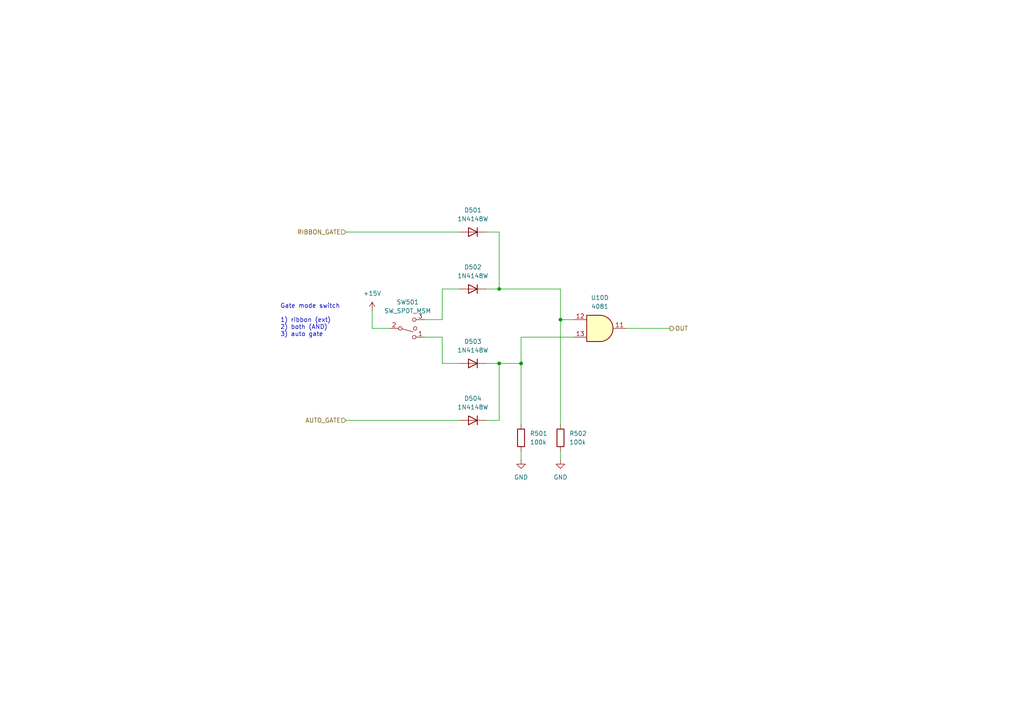
<source format=kicad_sch>
(kicad_sch (version 20230121) (generator eeschema)
  (paper "A4")
  (title_block (title "Josh Ox Ribbon Synth Ribbon board") (date "2023-09-03") (rev "1.1") (comment 1 "creativecommons.org/licences/by/4.0") (comment 2 "license: CC by 4.0") (comment 3 "Author: Jordan Aceto"))
  (lib_symbols
    (symbol "4xxx:4081" (pin_names (offset 1.016))
      (property "Reference" "U" (at 0 1.27 0))
      (property "Value" "4081" (at 0 -1.27 0))
      (symbol "4081_1_1"
        (arc (start 0 -3.81) (mid 3.7934 0) (end 0 3.81) (stroke (width 0.254)) (fill (type background)))
        (polyline (pts (xy 0 3.81) (xy -3.81 3.81) (xy -3.81 -3.81) (xy 0 -3.81)) (stroke (width 0.254)) (fill (type background)))
        (pin input line (at -7.62 2.54 0) (length 3.81) (name "~") (number "1"))
        (pin input line (at -7.62 -2.54 0) (length 3.81) (name "~") (number "2"))
        (pin output line (at 7.62 0 180) (length 3.81) (name "~") (number "3"))
      )
      (symbol "4081_1_2"
        (arc (start -3.81 -3.81) (mid -2.589 0) (end -3.81 3.81) (stroke (width 0.254)))
        (arc (start -0.6096 -3.81) (mid 2.1842 -2.5851) (end 3.81 0) (stroke (width 0.254)) (fill (type background)))
        (polyline (pts (xy -3.81 -3.81) (xy -0.635 -3.81)) (stroke (width 0.254)) (fill (type background)))
        (polyline (pts (xy -3.81 3.81) (xy -0.635 3.81)) (stroke (width 0.254)) (fill (type background)))
        (polyline (pts (xy -0.635 3.81) (xy -3.81 3.81) (xy -3.81 3.81) (xy -3.556 3.4036) (xy -3.0226 2.2606) (xy -2.6924 1.0414) (xy -2.6162 -0.254) (xy -2.7686 -1.4986) (xy -3.175 -2.7178) (xy -3.81 -3.81) (xy -3.81 -3.81) (xy -0.635 -3.81)) (stroke (width -25.4)) (fill (type background)))
        (arc (start 3.81 0) (mid 2.1915 2.5936) (end -0.6096 3.81) (stroke (width 0.254)) (fill (type background)))
        (pin input inverted (at -7.62 2.54 0) (length 4.318) (name "~") (number "1"))
        (pin input inverted (at -7.62 -2.54 0) (length 4.318) (name "~") (number "2"))
        (pin output inverted (at 7.62 0 180) (length 3.81) (name "~") (number "3"))
      )
      (symbol "4081_2_1"
        (arc (start 0 -3.81) (mid 3.7934 0) (end 0 3.81) (stroke (width 0.254)) (fill (type background)))
        (polyline (pts (xy 0 3.81) (xy -3.81 3.81) (xy -3.81 -3.81) (xy 0 -3.81)) (stroke (width 0.254)) (fill (type background)))
        (pin output line (at 7.62 0 180) (length 3.81) (name "~") (number "4"))
        (pin input line (at -7.62 2.54 0) (length 3.81) (name "~") (number "5"))
        (pin input line (at -7.62 -2.54 0) (length 3.81) (name "~") (number "6"))
      )
      (symbol "4081_2_2"
        (arc (start -3.81 -3.81) (mid -2.589 0) (end -3.81 3.81) (stroke (width 0.254)))
        (arc (start -0.6096 -3.81) (mid 2.1842 -2.5851) (end 3.81 0) (stroke (width 0.254)) (fill (type background)))
        (polyline (pts (xy -3.81 -3.81) (xy -0.635 -3.81)) (stroke (width 0.254)) (fill (type background)))
        (polyline (pts (xy -3.81 3.81) (xy -0.635 3.81)) (stroke (width 0.254)) (fill (type background)))
        (polyline (pts (xy -0.635 3.81) (xy -3.81 3.81) (xy -3.81 3.81) (xy -3.556 3.4036) (xy -3.0226 2.2606) (xy -2.6924 1.0414) (xy -2.6162 -0.254) (xy -2.7686 -1.4986) (xy -3.175 -2.7178) (xy -3.81 -3.81) (xy -3.81 -3.81) (xy -0.635 -3.81)) (stroke (width -25.4)) (fill (type background)))
        (arc (start 3.81 0) (mid 2.1915 2.5936) (end -0.6096 3.81) (stroke (width 0.254)) (fill (type background)))
        (pin output inverted (at 7.62 0 180) (length 3.81) (name "~") (number "4"))
        (pin input inverted (at -7.62 2.54 0) (length 4.318) (name "~") (number "5"))
        (pin input inverted (at -7.62 -2.54 0) (length 4.318) (name "~") (number "6"))
      )
      (symbol "4081_3_1"
        (arc (start 0 -3.81) (mid 3.7934 0) (end 0 3.81) (stroke (width 0.254)) (fill (type background)))
        (polyline (pts (xy 0 3.81) (xy -3.81 3.81) (xy -3.81 -3.81) (xy 0 -3.81)) (stroke (width 0.254)) (fill (type background)))
        (pin output line (at 7.62 0 180) (length 3.81) (name "~") (number "10"))
        (pin input line (at -7.62 2.54 0) (length 3.81) (name "~") (number "8"))
        (pin input line (at -7.62 -2.54 0) (length 3.81) (name "~") (number "9"))
      )
      (symbol "4081_3_2"
        (arc (start -3.81 -3.81) (mid -2.589 0) (end -3.81 3.81) (stroke (width 0.254)))
        (arc (start -0.6096 -3.81) (mid 2.1842 -2.5851) (end 3.81 0) (stroke (width 0.254)) (fill (type background)))
        (polyline (pts (xy -3.81 -3.81) (xy -0.635 -3.81)) (stroke (width 0.254)) (fill (type background)))
        (polyline (pts (xy -3.81 3.81) (xy -0.635 3.81)) (stroke (width 0.254)) (fill (type background)))
        (polyline (pts (xy -0.635 3.81) (xy -3.81 3.81) (xy -3.81 3.81) (xy -3.556 3.4036) (xy -3.0226 2.2606) (xy -2.6924 1.0414) (xy -2.6162 -0.254) (xy -2.7686 -1.4986) (xy -3.175 -2.7178) (xy -3.81 -3.81) (xy -3.81 -3.81) (xy -0.635 -3.81)) (stroke (width -25.4)) (fill (type background)))
        (arc (start 3.81 0) (mid 2.1915 2.5936) (end -0.6096 3.81) (stroke (width 0.254)) (fill (type background)))
        (pin output inverted (at 7.62 0 180) (length 3.81) (name "~") (number "10"))
        (pin input inverted (at -7.62 2.54 0) (length 4.318) (name "~") (number "8"))
        (pin input inverted (at -7.62 -2.54 0) (length 4.318) (name "~") (number "9"))
      )
      (symbol "4081_4_1"
        (arc (start 0 -3.81) (mid 3.7934 0) (end 0 3.81) (stroke (width 0.254)) (fill (type background)))
        (polyline (pts (xy 0 3.81) (xy -3.81 3.81) (xy -3.81 -3.81) (xy 0 -3.81)) (stroke (width 0.254)) (fill (type background)))
        (pin output line (at 7.62 0 180) (length 3.81) (name "~") (number "11"))
        (pin input line (at -7.62 2.54 0) (length 3.81) (name "~") (number "12"))
        (pin input line (at -7.62 -2.54 0) (length 3.81) (name "~") (number "13"))
      )
      (symbol "4081_4_2"
        (arc (start -3.81 -3.81) (mid -2.589 0) (end -3.81 3.81) (stroke (width 0.254)))
        (arc (start -0.6096 -3.81) (mid 2.1842 -2.5851) (end 3.81 0) (stroke (width 0.254)) (fill (type background)))
        (polyline (pts (xy -3.81 -3.81) (xy -0.635 -3.81)) (stroke (width 0.254)) (fill (type background)))
        (polyline (pts (xy -3.81 3.81) (xy -0.635 3.81)) (stroke (width 0.254)) (fill (type background)))
        (polyline (pts (xy -0.635 3.81) (xy -3.81 3.81) (xy -3.81 3.81) (xy -3.556 3.4036) (xy -3.0226 2.2606) (xy -2.6924 1.0414) (xy -2.6162 -0.254) (xy -2.7686 -1.4986) (xy -3.175 -2.7178) (xy -3.81 -3.81) (xy -3.81 -3.81) (xy -0.635 -3.81)) (stroke (width -25.4)) (fill (type background)))
        (arc (start 3.81 0) (mid 2.1915 2.5936) (end -0.6096 3.81) (stroke (width 0.254)) (fill (type background)))
        (pin output inverted (at 7.62 0 180) (length 3.81) (name "~") (number "11"))
        (pin input inverted (at -7.62 2.54 0) (length 4.318) (name "~") (number "12"))
        (pin input inverted (at -7.62 -2.54 0) (length 4.318) (name "~") (number "13"))
      )
      (symbol "4081_5_0"
        (pin power_in line (at 0 12.7 270) (length 5.08) (name "VDD") (number "14"))
        (pin power_in line (at 0 -12.7 90) (length 5.08) (name "VSS") (number "7"))
      )
      (symbol "4081_5_1"
        (rectangle (start -5.08 7.62) (end 5.08 -7.62) (stroke (width 0.254)) (fill (type background)))
      )
    )
    (symbol "Device:R" (pin_numbers hide) (pin_names (offset 0))
      (property "Reference" "R" (at 2.032 0 90))
      (property "Value" "R" (at 0 0 90))
      (symbol "R_0_1"
        (rectangle (start -1.016 -2.54) (end 1.016 2.54) (stroke (width 0.254)))
      )
      (symbol "R_1_1"
        (pin passive line (at 0 3.81 270) (length 1.27) (name "~") (number "1"))
        (pin passive line (at 0 -3.81 90) (length 1.27) (name "~") (number "2"))
      )
    )
    (symbol "Diode:1N4148W" (pin_numbers hide) (pin_names hide)
      (property "Reference" "D" (at 0 2.54 0))
      (property "Value" "1N4148W" (at 0 -2.54 0))
      (symbol "1N4148W_0_1"
        (polyline (pts (xy -1.27 1.27) (xy -1.27 -1.27)) (stroke (width 0.254)))
        (polyline (pts (xy 1.27 0) (xy -1.27 0)))
        (polyline (pts (xy 1.27 1.27) (xy 1.27 -1.27) (xy -1.27 0) (xy 1.27 1.27)) (stroke (width 0.254)))
      )
      (symbol "1N4148W_1_1"
        (pin passive line (at -3.81 0 0) (length 2.54) (name "K") (number "1"))
        (pin passive line (at 3.81 0 180) (length 2.54) (name "A") (number "2"))
      )
    )
    (symbol "Switch:SW_SPDT_MSM" (pin_names (offset 0) hide)
      (property "Reference" "SW" (at 0 5.08 0))
      (property "Value" "SW_SPDT_MSM" (at 0 -5.08 0))
      (symbol "SW_SPDT_MSM_0_0"
        (circle (center -2.032 0) (radius 0.508))
        (polyline (pts (xy -1.524 0.127) (xy 1.778 1.016)))
        (circle (center 2.032 -2.54) (radius 0.508))
      )
      (symbol "SW_SPDT_MSM_0_1"
        (circle (center 2.032 2.54) (radius 0.508))
        (circle (center 2.286 0) (radius 0.508))
      )
      (symbol "SW_SPDT_MSM_1_1"
        (pin passive line (at 5.08 2.54 180) (length 2.54) (name "1") (number "1"))
        (pin passive line (at -5.08 0 0) (length 2.54) (name "2") (number "2"))
        (pin passive line (at 5.08 -2.54 180) (length 2.54) (name "3") (number "3"))
      )
    )
    (symbol "power:+15V" (power) (pin_names (offset 0))
      (property "Value" "+15V" (at 0 3.556 0))
      (symbol "+15V_0_1"
        (polyline (pts (xy -0.762 1.27) (xy 0 2.54)))
        (polyline (pts (xy 0 0) (xy 0 2.54)))
        (polyline (pts (xy 0 2.54) (xy 0.762 1.27)))
      )
      (symbol "+15V_1_1"
        (pin power_in line (at 0 0 90) (length 0) hide (name "+15V") (number "1"))
      )
    )
    (symbol "power:GND" (power) (pin_names (offset 0))
      (property "Value" "GND" (at 0 -3.81 0))
      (symbol "GND_0_1"
        (polyline (pts (xy 0 0) (xy 0 -1.27) (xy 1.27 -1.27) (xy 0 -2.54) (xy -1.27 -1.27) (xy 0 -1.27)))
      )
      (symbol "GND_1_1"
        (pin power_in line (at 0 0 270) (length 0) hide (name "GND") (number "1"))
      )
    )
  )
  (junction (at 144.78 105.41))
  (junction (at 151.13 105.41))
  (junction (at 144.78 83.82))
  (junction (at 162.56 92.71))
  (wire (pts (xy 128.27 97.79) (xy 123.19 97.79)))
  (wire (pts (xy 100.33 121.92) (xy 133.35 121.92)))
  (wire (pts (xy 144.78 83.82) (xy 162.56 83.82)))
  (wire (pts (xy 144.78 105.41) (xy 151.13 105.41)))
  (wire (pts (xy 151.13 130.81) (xy 151.13 133.35)))
  (wire (pts (xy 140.97 83.82) (xy 144.78 83.82)))
  (wire (pts (xy 107.95 95.25) (xy 113.03 95.25)))
  (wire (pts (xy 162.56 92.71) (xy 166.37 92.71)))
  (wire (pts (xy 151.13 105.41) (xy 151.13 97.79)))
  (wire (pts (xy 144.78 105.41) (xy 140.97 105.41)))
  (wire (pts (xy 133.35 105.41) (xy 128.27 105.41)))
  (wire (pts (xy 144.78 83.82) (xy 144.78 67.31)))
  (wire (pts (xy 128.27 105.41) (xy 128.27 97.79)))
  (wire (pts (xy 133.35 83.82) (xy 128.27 83.82)))
  (wire (pts (xy 100.33 67.31) (xy 133.35 67.31)))
  (wire (pts (xy 140.97 121.92) (xy 144.78 121.92)))
  (wire (pts (xy 162.56 123.19) (xy 162.56 92.71)))
  (wire (pts (xy 162.56 83.82) (xy 162.56 92.71)))
  (wire (pts (xy 151.13 123.19) (xy 151.13 105.41)))
  (wire (pts (xy 151.13 97.79) (xy 166.37 97.79)))
  (wire (pts (xy 162.56 130.81) (xy 162.56 133.35)))
  (wire (pts (xy 128.27 92.71) (xy 123.19 92.71)))
  (wire (pts (xy 144.78 67.31) (xy 140.97 67.31)))
  (wire (pts (xy 128.27 83.82) (xy 128.27 92.71)))
  (wire (pts (xy 181.61 95.25) (xy 194.31 95.25)))
  (wire (pts (xy 107.95 90.17) (xy 107.95 95.25)))
  (wire (pts (xy 144.78 121.92) (xy 144.78 105.41)))
  (text "Gate mode switch\n\n1) ribbon (ext)\n2) both (AND)\n3) auto gate" (at 81.28 97.79 0) (effects (font (size 1.27 1.27)) (justify left bottom)))
  (hierarchical_label "AUTO_GATE" (shape input) (at 100.33 121.92 180))
  (hierarchical_label "OUT" (shape output) (at 194.31 95.25 0))
  (hierarchical_label "RIBBON_GATE" (shape input) (at 100.33 67.31 180))
  (symbol (lib_id "power:GND") (at 162.56 133.35 0) (unit 1)
    (property "Reference" "#PWR0503" (effects hide))
    (property "Value" "GND" (at 162.56 138.43 0))
    (instances (project "ribbon_board" (path "" (reference "#PWR0503") (unit 1)) (path "" (reference "#PWR0603") (unit 1)) (path "" (reference "#PWR0703") (unit 1)) (path "" (reference "#PWR0803") (unit 1))))
  )
  (symbol (lib_id "Diode:1N4148W") (at 137.16 67.31 180) (unit 1)
    (property "Reference" "D501" (at 137.16 60.96 0))
    (property "Value" "1N4148W" (at 137.16 63.5 0))
    (property "Footprint" "Diode_SMD:D_SOD-123" (effects hide))
    (property "Datasheet" "https://www.vishay.com/docs/85748/1n4148w.pdf" (effects hide))
    (instances (project "ribbon_board" (path "" (reference "D501") (unit 1)) (path "" (reference "D601") (unit 1)) (path "" (reference "D701") (unit 1)) (path "" (reference "D801") (unit 1))))
  )
  (symbol (lib_id "Switch:SW_SPDT_MSM") (at 118.11 95.25 0) (mirror x) (unit 1)
    (property "Reference" "SW501" (at 118.237 87.63 0))
    (property "Value" "SW_SPDT_MSM" (at 118.237 90.17 0))
    (property "Footprint" "custom_footprints:SPDT_mini_toggle" (effects hide))
    (instances (project "ribbon_board" (path "" (reference "SW501") (unit 1)) (path "" (reference "SW601") (unit 1)) (path "" (reference "SW701") (unit 1)) (path "" (reference "SW801") (unit 1))))
  )
  (symbol (lib_id "4xxx:4081") (at 173.99 95.25 0) (unit 4)
    (property "Reference" "U10" (at 173.9817 86.36 0))
    (property "Value" "4081" (at 173.9817 88.9 0))
    (property "Footprint" "Package_SO:SOIC-14_3.9x8.7mm_P1.27mm" (effects hide))
    (property "Datasheet" "http://www.intersil.com/content/dam/Intersil/documents/cd40/cd4073bms-81bms-82bms.pdf" (effects hide))
    (instances (project "ribbon_board" (path "" (reference "U10") (unit 4)) (path "" (reference "U10") (unit 3)) (path "" (reference "U10") (unit 2)) (path "" (reference "U10") (unit 1))))
  )
  (symbol (lib_id "Device:R") (at 151.13 127 0) (unit 1)
    (property "Reference" "R501" (at 153.67 125.7299 0) (effects (justify left)))
    (property "Value" "100k" (at 153.67 128.2699 0) (effects (justify left)))
    (property "Footprint" "Resistor_SMD:R_0805_2012Metric" (effects hide))
    (instances (project "ribbon_board" (path "" (reference "R501") (unit 1)) (path "" (reference "R601") (unit 1)) (path "" (reference "R701") (unit 1)) (path "" (reference "R801") (unit 1))))
  )
  (symbol (lib_id "power:GND") (at 151.13 133.35 0) (unit 1)
    (property "Reference" "#PWR0502" (effects hide))
    (property "Value" "GND" (at 151.13 138.43 0))
    (instances (project "ribbon_board" (path "" (reference "#PWR0502") (unit 1)) (path "" (reference "#PWR0602") (unit 1)) (path "" (reference "#PWR0702") (unit 1)) (path "" (reference "#PWR0802") (unit 1))))
  )
  (symbol (lib_id "power:+15V") (at 107.95 90.17 0) (unit 1)
    (property "Reference" "#PWR0501" (effects hide))
    (property "Value" "+15V" (at 107.95 85.09 0))
    (instances (project "ribbon_board" (path "" (reference "#PWR0501") (unit 1)) (path "" (reference "#PWR0601") (unit 1)) (path "" (reference "#PWR0701") (unit 1)) (path "" (reference "#PWR0801") (unit 1))))
  )
  (symbol (lib_id "Device:R") (at 162.56 127 0) (unit 1)
    (property "Reference" "R502" (at 165.1 125.7299 0) (effects (justify left)))
    (property "Value" "100k" (at 165.1 128.2699 0) (effects (justify left)))
    (property "Footprint" "Resistor_SMD:R_0805_2012Metric" (effects hide))
    (instances (project "ribbon_board" (path "" (reference "R502") (unit 1)) (path "" (reference "R602") (unit 1)) (path "" (reference "R702") (unit 1)) (path "" (reference "R802") (unit 1))))
  )
  (symbol (lib_id "Diode:1N4148W") (at 137.16 105.41 180) (unit 1)
    (property "Reference" "D503" (at 137.16 99.06 0))
    (property "Value" "1N4148W" (at 137.16 101.6 0))
    (property "Footprint" "Diode_SMD:D_SOD-123" (effects hide))
    (property "Datasheet" "https://www.vishay.com/docs/85748/1n4148w.pdf" (effects hide))
    (instances (project "ribbon_board" (path "" (reference "D503") (unit 1)) (path "" (reference "D603") (unit 1)) (path "" (reference "D703") (unit 1)) (path "" (reference "D803") (unit 1))))
  )
  (symbol (lib_id "Diode:1N4148W") (at 137.16 121.92 180) (unit 1)
    (property "Reference" "D504" (at 137.16 115.57 0))
    (property "Value" "1N4148W" (at 137.16 118.11 0))
    (property "Footprint" "Diode_SMD:D_SOD-123" (effects hide))
    (property "Datasheet" "https://www.vishay.com/docs/85748/1n4148w.pdf" (effects hide))
    (instances (project "ribbon_board" (path "" (reference "D504") (unit 1)) (path "" (reference "D604") (unit 1)) (path "" (reference "D704") (unit 1)) (path "" (reference "D804") (unit 1))))
  )
  (symbol (lib_id "Diode:1N4148W") (at 137.16 83.82 180) (unit 1)
    (property "Reference" "D502" (at 137.16 77.47 0))
    (property "Value" "1N4148W" (at 137.16 80.01 0))
    (property "Footprint" "Diode_SMD:D_SOD-123" (effects hide))
    (property "Datasheet" "https://www.vishay.com/docs/85748/1n4148w.pdf" (effects hide))
    (instances (project "ribbon_board" (path "" (reference "D502") (unit 1)) (path "" (reference "D602") (unit 1)) (path "" (reference "D702") (unit 1)) (path "" (reference "D802") (unit 1))))
  )
)
</source>
